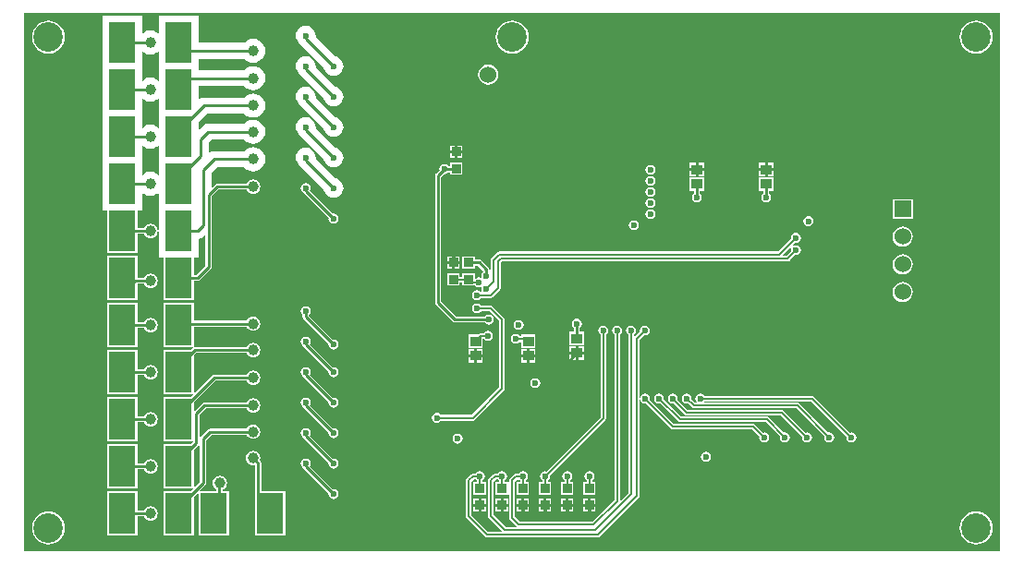
<source format=gbl>
G04 Layer_Physical_Order=4*
G04 Layer_Color=16711680*
%FSTAX24Y24*%
%MOIN*%
G70*
G01*
G75*
%ADD16R,0.0335X0.0335*%
%ADD18R,0.0394X0.0354*%
%ADD40C,0.0080*%
%ADD41C,0.0100*%
%ADD42C,0.0600*%
%ADD43R,0.0600X0.0600*%
%ADD44C,0.1063*%
%ADD45C,0.0236*%
%ADD46C,0.0394*%
%ADD47R,0.0965X0.1457*%
G36*
X046313Y02713D02*
X01112Y02713D01*
Y046565D01*
X046313D01*
X046313Y02713D01*
D02*
G37*
%LPC*%
G36*
X034006Y032838D02*
X033937Y032824D01*
X033878Y032785D01*
X033839Y032726D01*
X033825Y032656D01*
X033839Y032587D01*
X033878Y032528D01*
X033937Y032489D01*
X034006Y032475D01*
X034037Y032481D01*
X03469Y031828D01*
X034724Y031806D01*
X034763Y031798D01*
X037858D01*
X038375Y031281D01*
X038368Y03125D01*
X038382Y031181D01*
X038422Y031122D01*
X038481Y031082D01*
X03855Y031068D01*
X038619Y031082D01*
X038678Y031122D01*
X038718Y031181D01*
X038732Y03125D01*
X038718Y031319D01*
X038678Y031378D01*
X038619Y031418D01*
X03855Y031432D01*
X038519Y031425D01*
X037972Y031972D01*
X037939Y031994D01*
X0379Y032002D01*
X034805D01*
X034182Y032625D01*
X034188Y032656D01*
X034174Y032726D01*
X034135Y032785D01*
X034076Y032824D01*
X034006Y032838D01*
D02*
G37*
G36*
X0335Y032832D02*
X033431Y032818D01*
X033372Y032778D01*
X033332Y03272D01*
X033318Y03265D01*
X033332Y03258D01*
X033372Y032522D01*
X033431Y032482D01*
X0335Y032468D01*
X033531Y032475D01*
X034428Y031578D01*
X034461Y031556D01*
X0345Y031548D01*
X037358D01*
X037625Y031281D01*
X037618Y03125D01*
X037632Y031181D01*
X037672Y031122D01*
X037731Y031082D01*
X0378Y031068D01*
X03787Y031082D01*
X037928Y031122D01*
X037968Y031181D01*
X037982Y03125D01*
X037968Y031319D01*
X037928Y031378D01*
X03787Y031418D01*
X0378Y031432D01*
X037769Y031425D01*
X037472Y031722D01*
X037439Y031744D01*
X0374Y031752D01*
X034542D01*
X033675Y032619D01*
X033682Y03265D01*
X033668Y03272D01*
X033628Y032778D01*
X03357Y032818D01*
X0335Y032832D01*
D02*
G37*
G36*
X026748Y031387D02*
X026679Y031373D01*
X02662Y031334D01*
X02658Y031275D01*
X026566Y031206D01*
X02658Y031136D01*
X02662Y031077D01*
X026679Y031038D01*
X026748Y031024D01*
X026818Y031038D01*
X026876Y031077D01*
X026916Y031136D01*
X02693Y031206D01*
X026916Y031275D01*
X026876Y031334D01*
X026818Y031373D01*
X026748Y031387D01*
D02*
G37*
G36*
X034506Y032838D02*
X034437Y032824D01*
X034378Y032785D01*
X034339Y032726D01*
X034325Y032656D01*
X034339Y032587D01*
X034378Y032528D01*
X034437Y032489D01*
X034506Y032475D01*
X034537Y032481D01*
X034941Y032078D01*
X034974Y032056D01*
X035013Y032048D01*
X038408D01*
X039175Y031281D01*
X039168Y03125D01*
X039182Y031181D01*
X039222Y031122D01*
X039281Y031082D01*
X03935Y031068D01*
X03942Y031082D01*
X039478Y031122D01*
X039518Y031181D01*
X039532Y03125D01*
X039518Y031319D01*
X039478Y031378D01*
X03942Y031418D01*
X03935Y031432D01*
X039319Y031425D01*
X038522Y032222D01*
X038489Y032244D01*
X03845Y032252D01*
X035055D01*
X034682Y032625D01*
X034688Y032656D01*
X034674Y032726D01*
X034635Y032785D01*
X034576Y032824D01*
X034506Y032838D01*
D02*
G37*
G36*
X015197Y032695D02*
X014112D01*
Y031119D01*
X015197D01*
Y031795D01*
X015437D01*
X015444Y031777D01*
X015485Y031724D01*
X015539Y031682D01*
X015601Y031657D01*
X015668Y031648D01*
X015736Y031657D01*
X015798Y031682D01*
X015852Y031724D01*
X015893Y031777D01*
X015919Y03184D01*
X015928Y031907D01*
X015919Y031974D01*
X015893Y032036D01*
X015852Y03209D01*
X015798Y032131D01*
X015736Y032157D01*
X015668Y032166D01*
X015601Y032157D01*
X015539Y032131D01*
X015485Y03209D01*
X015444Y032036D01*
X015437Y032019D01*
X015197D01*
Y032695D01*
D02*
G37*
G36*
X021268Y032688D02*
X021199Y032675D01*
X02114Y032635D01*
X021101Y032576D01*
X021087Y032507D01*
X021101Y032437D01*
X02114Y032378D01*
X021167Y03236D01*
X021189Y032328D01*
X022091Y031426D01*
X022087Y031407D01*
X022101Y031337D01*
X02214Y031278D01*
X022199Y031239D01*
X022269Y031225D01*
X022338Y031239D01*
X022397Y031278D01*
X022436Y031337D01*
X02245Y031407D01*
X022436Y031476D01*
X022397Y031535D01*
X022338Y031575D01*
X022269Y031588D01*
X022249Y031585D01*
X02142Y032414D01*
X021436Y032437D01*
X02145Y032507D01*
X021436Y032576D01*
X021397Y032635D01*
X021338Y032675D01*
X021268Y032688D01*
D02*
G37*
G36*
X035006Y032838D02*
X034937Y032824D01*
X034878Y032785D01*
X034839Y032726D01*
X034825Y032656D01*
X034839Y032587D01*
X034878Y032528D01*
X034937Y032489D01*
X035006Y032475D01*
X035038Y032481D01*
X03519Y032328D01*
X035224Y032306D01*
X035263Y032298D01*
X038958D01*
X039975Y031281D01*
X039968Y03125D01*
X039982Y031181D01*
X040022Y031122D01*
X04008Y031082D01*
X04015Y031068D01*
X040219Y031082D01*
X040278Y031122D01*
X040318Y031181D01*
X040332Y03125D01*
X040318Y031319D01*
X040278Y031378D01*
X040219Y031418D01*
X04015Y031432D01*
X040119Y031425D01*
X039072Y032472D01*
X039039Y032494D01*
X039Y032502D01*
X035599Y032502D01*
X035628Y032522D01*
X035646Y032548D01*
X039508D01*
X040775Y031281D01*
X040768Y03125D01*
X040782Y031181D01*
X040822Y031122D01*
X04088Y031082D01*
X04095Y031068D01*
X041019Y031082D01*
X041078Y031122D01*
X041118Y031181D01*
X041132Y03125D01*
X041118Y031319D01*
X041078Y031378D01*
X041019Y031418D01*
X04095Y031432D01*
X040919Y031425D01*
X039622Y032722D01*
X039589Y032744D01*
X03955Y032752D01*
X035646D01*
X035628Y032778D01*
X03557Y032818D01*
X0355Y032832D01*
X035431Y032818D01*
X035372Y032778D01*
X035332Y03272D01*
X035318Y03265D01*
X035332Y03258D01*
X035372Y032522D01*
X035401Y032502D01*
X035305D01*
X035182Y032625D01*
X035188Y032656D01*
X035174Y032726D01*
X035135Y032785D01*
X035076Y032824D01*
X035006Y032838D01*
D02*
G37*
G36*
X033494Y035292D02*
X033424Y035278D01*
X033365Y035238D01*
X033326Y03518D01*
X033312Y03511D01*
X033318Y035079D01*
X033128Y034888D01*
X033106Y034855D01*
X033098Y034816D01*
Y029192D01*
X033095Y029189D01*
X033096Y029194D01*
Y034964D01*
X033122Y034982D01*
X033161Y035041D01*
X033175Y03511D01*
X033161Y03518D01*
X033122Y035238D01*
X033063Y035278D01*
X032994Y035292D01*
X032924Y035278D01*
X032865Y035238D01*
X032826Y03518D01*
X032812Y03511D01*
X032826Y035041D01*
X032865Y034982D01*
X032892Y034964D01*
Y029236D01*
X032595Y028939D01*
X032596Y028944D01*
Y034964D01*
X032622Y034982D01*
X032661Y035041D01*
X032675Y03511D01*
X032661Y03518D01*
X032622Y035238D01*
X032563Y035278D01*
X032494Y035292D01*
X032424Y035278D01*
X032365Y035238D01*
X032326Y03518D01*
X032312Y03511D01*
X032326Y035041D01*
X032365Y034982D01*
X032392Y034964D01*
Y028986D01*
X031608Y028202D01*
X028992D01*
X028802Y028392D01*
Y029658D01*
X028892Y029748D01*
X028954D01*
X028972Y029722D01*
X028998Y029704D01*
Y029642D01*
X028866D01*
Y029188D01*
X029321D01*
Y029642D01*
X029202D01*
Y029704D01*
X029228Y029722D01*
X029268Y02978D01*
X029282Y02985D01*
X029268Y02992D01*
X029228Y029978D01*
X029169Y030018D01*
X0291Y030032D01*
X02903Y030018D01*
X028972Y029978D01*
X028954Y029952D01*
X02885D01*
X028811Y029944D01*
X028778Y029922D01*
X028628Y029772D01*
X028606Y029739D01*
X028598Y0297D01*
Y02835D01*
X028606Y028311D01*
X028628Y028278D01*
X028878Y028028D01*
X028911Y028006D01*
X02893Y028002D01*
X028492D01*
X028052Y028442D01*
Y029658D01*
X028142Y029748D01*
X028204D01*
X028222Y029722D01*
X028248Y029704D01*
Y029642D01*
X028116D01*
Y029188D01*
X028571D01*
Y029642D01*
X028452D01*
Y029704D01*
X028478Y029722D01*
X028518Y02978D01*
X028532Y02985D01*
X028518Y02992D01*
X028478Y029978D01*
X028419Y030018D01*
X02835Y030032D01*
X02828Y030018D01*
X028222Y029978D01*
X028204Y029952D01*
X0281D01*
X028061Y029944D01*
X028028Y029922D01*
X027878Y029772D01*
X027856Y029739D01*
X027848Y0297D01*
Y0284D01*
X027856Y028361D01*
X027878Y028328D01*
X028354Y027852D01*
X028354Y027852D01*
X027842D01*
X027252Y028442D01*
Y029658D01*
X027342Y029748D01*
X027404D01*
X027422Y029722D01*
X027448Y029704D01*
Y029642D01*
X027316D01*
Y029188D01*
X027771D01*
Y029642D01*
X027652D01*
Y029704D01*
X027678Y029722D01*
X027718Y02978D01*
X027732Y02985D01*
X027718Y02992D01*
X027678Y029978D01*
X02762Y030018D01*
X02755Y030032D01*
X02748Y030018D01*
X027422Y029978D01*
X027404Y029952D01*
X0273D01*
X027261Y029944D01*
X027228Y029922D01*
X027078Y029772D01*
X027056Y029739D01*
X027048Y0297D01*
Y0284D01*
X027056Y028361D01*
X027078Y028328D01*
X027728Y027678D01*
X027761Y027656D01*
X0278Y027648D01*
X0318D01*
X031839Y027656D01*
X031872Y027678D01*
X033272Y029078D01*
X033294Y029111D01*
X033302Y02915D01*
Y034774D01*
X033463Y034935D01*
X033494Y034928D01*
X033563Y034942D01*
X033622Y034982D01*
X033661Y035041D01*
X033675Y03511D01*
X033661Y03518D01*
X033622Y035238D01*
X033563Y035278D01*
X033494Y035292D01*
D02*
G37*
G36*
X0315Y030032D02*
X03143Y030018D01*
X031372Y029978D01*
X031332Y02992D01*
X031318Y02985D01*
X031332Y02978D01*
X031372Y029722D01*
X031398Y029704D01*
Y029642D01*
X031266D01*
Y029188D01*
X031721D01*
Y029642D01*
X031602D01*
Y029704D01*
X031628Y029722D01*
X031668Y02978D01*
X031682Y02985D01*
X031668Y02992D01*
X031628Y029978D01*
X031569Y030018D01*
X0315Y030032D01*
D02*
G37*
G36*
X0307D02*
X030631Y030018D01*
X030572Y029978D01*
X030532Y02992D01*
X030518Y02985D01*
X030532Y02978D01*
X030572Y029722D01*
X030598Y029704D01*
Y029642D01*
X030466D01*
Y029188D01*
X030921D01*
Y029642D01*
X030802D01*
Y029704D01*
X030828Y029722D01*
X030868Y02978D01*
X030882Y02985D01*
X030868Y02992D01*
X030828Y029978D01*
X03077Y030018D01*
X0307Y030032D01*
D02*
G37*
G36*
X015197Y030995D02*
X014112D01*
Y029418D01*
X015197D01*
Y030095D01*
X015437D01*
X015444Y030077D01*
X015485Y030024D01*
X015539Y029982D01*
X015601Y029957D01*
X015668Y029948D01*
X015736Y029957D01*
X015798Y029982D01*
X015852Y030024D01*
X015893Y030077D01*
X015919Y03014D01*
X015928Y030207D01*
X015919Y030274D01*
X015893Y030336D01*
X015852Y03039D01*
X015798Y030431D01*
X015736Y030457D01*
X015668Y030466D01*
X015601Y030457D01*
X015539Y030431D01*
X015485Y03039D01*
X015444Y030336D01*
X015437Y030319D01*
X015197D01*
Y030995D01*
D02*
G37*
G36*
X0357Y030735D02*
X035631Y030721D01*
X035572Y030682D01*
X035533Y030623D01*
X035519Y030553D01*
X035533Y030484D01*
X035572Y030425D01*
X035631Y030386D01*
X0357Y030372D01*
X03577Y030386D01*
X035829Y030425D01*
X035868Y030484D01*
X035882Y030553D01*
X035868Y030623D01*
X035829Y030682D01*
X03577Y030721D01*
X0357Y030735D01*
D02*
G37*
G36*
X021268Y031588D02*
X021199Y031575D01*
X02114Y031535D01*
X021101Y031476D01*
X021087Y031407D01*
X021101Y031337D01*
X02114Y031278D01*
X021167Y03126D01*
X021189Y031228D01*
X022091Y030326D01*
X022087Y030307D01*
X022101Y030237D01*
X02214Y030178D01*
X022199Y030139D01*
X022269Y030125D01*
X022338Y030139D01*
X022397Y030178D01*
X022436Y030237D01*
X02245Y030307D01*
X022436Y030376D01*
X022397Y030435D01*
X022338Y030475D01*
X022269Y030488D01*
X022249Y030485D01*
X02142Y031314D01*
X021436Y031337D01*
X02145Y031407D01*
X021436Y031476D01*
X021397Y031535D01*
X021338Y031575D01*
X021268Y031588D01*
D02*
G37*
G36*
X031994Y035292D02*
X031924Y035278D01*
X031865Y035238D01*
X031826Y03518D01*
X031812Y03511D01*
X031826Y035041D01*
X031865Y034982D01*
X031892Y034964D01*
Y031986D01*
X029931Y030025D01*
X0299Y030032D01*
X029831Y030018D01*
X029772Y029978D01*
X029732Y02992D01*
X029718Y02985D01*
X029732Y02978D01*
X029772Y029722D01*
X029798Y029704D01*
Y029642D01*
X029666D01*
Y029188D01*
X030121D01*
Y029642D01*
X030002D01*
Y029704D01*
X030028Y029722D01*
X030068Y02978D01*
X030082Y02985D01*
X030075Y029881D01*
X032066Y031872D01*
X032088Y031905D01*
X032096Y031944D01*
Y034964D01*
X032122Y034982D01*
X032161Y035041D01*
X032175Y03511D01*
X032161Y03518D01*
X032122Y035238D01*
X032063Y035278D01*
X031994Y035292D01*
D02*
G37*
G36*
X030994Y034244D02*
X030787D01*
Y034057D01*
X030994D01*
Y034244D01*
D02*
G37*
G36*
X029551Y034144D02*
X029344D01*
Y033957D01*
X029551D01*
Y034144D01*
D02*
G37*
G36*
X029244D02*
X029037D01*
Y033957D01*
X029244D01*
Y034144D01*
D02*
G37*
G36*
X031301Y034244D02*
X031094D01*
Y034057D01*
X031301D01*
Y034244D01*
D02*
G37*
G36*
X027651Y034431D02*
X027444D01*
Y034244D01*
X027651D01*
Y034431D01*
D02*
G37*
G36*
X029244D02*
X029037D01*
Y034244D01*
X029244D01*
Y034431D01*
D02*
G37*
G36*
X027344D02*
X027137D01*
Y034244D01*
X027344D01*
Y034431D01*
D02*
G37*
G36*
X029544Y033392D02*
X029474Y033378D01*
X029415Y033338D01*
X029376Y03328D01*
X029362Y03321D01*
X029376Y03314D01*
X029415Y033082D01*
X029474Y033042D01*
X029544Y033028D01*
X029613Y033042D01*
X029672Y033082D01*
X029711Y03314D01*
X029725Y03321D01*
X029711Y03328D01*
X029672Y033338D01*
X029613Y033378D01*
X029544Y033392D01*
D02*
G37*
G36*
X021268Y033788D02*
X021199Y033775D01*
X02114Y033735D01*
X021101Y033676D01*
X021087Y033607D01*
X021101Y033537D01*
X02114Y033478D01*
X021167Y03346D01*
X021189Y033428D01*
X022091Y032526D01*
X022087Y032507D01*
X022101Y032437D01*
X02214Y032378D01*
X022199Y032339D01*
X022269Y032325D01*
X022338Y032339D01*
X022397Y032378D01*
X022436Y032437D01*
X02245Y032507D01*
X022436Y032576D01*
X022397Y032635D01*
X022338Y032675D01*
X022269Y032688D01*
X022249Y032685D01*
X02142Y033514D01*
X021436Y033537D01*
X02145Y033607D01*
X021436Y033676D01*
X021397Y033735D01*
X021338Y033775D01*
X021268Y033788D01*
D02*
G37*
G36*
X027444Y036092D02*
X027374Y036078D01*
X027315Y036038D01*
X027276Y035979D01*
X027262Y03591D01*
X027276Y03584D01*
X027315Y035782D01*
X027374Y035742D01*
X027444Y035728D01*
X027513Y035742D01*
X027572Y035782D01*
X02759Y035808D01*
X027901D01*
X028242Y035468D01*
Y033052D01*
X027251Y032062D01*
X02614D01*
X026122Y032088D01*
X026063Y032128D01*
X025994Y032142D01*
X025924Y032128D01*
X025865Y032088D01*
X025826Y03203D01*
X025812Y03196D01*
X025826Y03189D01*
X025865Y031832D01*
X025924Y031792D01*
X025994Y031778D01*
X026063Y031792D01*
X026122Y031832D01*
X02614Y031858D01*
X027294D01*
X027333Y031866D01*
X027366Y031888D01*
X028416Y032938D01*
X028438Y032971D01*
X028446Y03301D01*
Y03551D01*
X028438Y035549D01*
X028416Y035582D01*
X028016Y035982D01*
X027983Y036004D01*
X027944Y036012D01*
X02759D01*
X027572Y036038D01*
X027513Y036078D01*
X027444Y036092D01*
D02*
G37*
G36*
X015197Y034395D02*
X014112D01*
Y032819D01*
X015197D01*
Y033495D01*
X015437D01*
X015444Y033477D01*
X015485Y033424D01*
X015539Y033382D01*
X015601Y033357D01*
X015668Y033348D01*
X015736Y033357D01*
X015798Y033382D01*
X015852Y033424D01*
X015893Y033477D01*
X015919Y03354D01*
X015928Y033607D01*
X015919Y033674D01*
X015893Y033736D01*
X015852Y03379D01*
X015798Y033831D01*
X015736Y033857D01*
X015668Y033866D01*
X015601Y033857D01*
X015539Y033831D01*
X015485Y03379D01*
X015444Y033736D01*
X015437Y033719D01*
X015197D01*
Y034395D01*
D02*
G37*
G36*
X027651Y034144D02*
X027444D01*
Y033957D01*
X027651D01*
Y034144D01*
D02*
G37*
G36*
X027344D02*
X027137D01*
Y033957D01*
X027344D01*
Y034144D01*
D02*
G37*
G36*
X021268Y034888D02*
X021199Y034875D01*
X02114Y034835D01*
X021101Y034776D01*
X021087Y034707D01*
X021101Y034637D01*
X02114Y034578D01*
X021167Y03456D01*
X021189Y034528D01*
X022091Y033626D01*
X022087Y033607D01*
X022101Y033537D01*
X02214Y033478D01*
X022199Y033439D01*
X022269Y033425D01*
X022338Y033439D01*
X022397Y033478D01*
X022436Y033537D01*
X02245Y033607D01*
X022436Y033676D01*
X022397Y033735D01*
X022338Y033775D01*
X022269Y033788D01*
X022249Y033785D01*
X02142Y034614D01*
X021436Y034637D01*
X02145Y034707D01*
X021436Y034776D01*
X021397Y034835D01*
X021338Y034875D01*
X021268Y034888D01*
D02*
G37*
G36*
Y030488D02*
X021199Y030475D01*
X02114Y030435D01*
X021101Y030376D01*
X021087Y030307D01*
X021101Y030237D01*
X02114Y030178D01*
X021167Y03016D01*
X021189Y030128D01*
X022091Y029226D01*
X022087Y029207D01*
X022101Y029137D01*
X02214Y029078D01*
X022199Y029039D01*
X022269Y029025D01*
X022338Y029039D01*
X022397Y029078D01*
X022436Y029137D01*
X02245Y029207D01*
X022436Y029276D01*
X022397Y029335D01*
X022338Y029375D01*
X022269Y029388D01*
X022249Y029385D01*
X02142Y030214D01*
X021436Y030237D01*
X02145Y030307D01*
X021436Y030376D01*
X021397Y030435D01*
X021338Y030475D01*
X021268Y030488D01*
D02*
G37*
G36*
X029321Y028755D02*
X029144D01*
Y028578D01*
X029321D01*
Y028755D01*
D02*
G37*
G36*
X029044D02*
X028866D01*
Y028578D01*
X029044D01*
Y028755D01*
D02*
G37*
G36*
X028571D02*
X028394D01*
Y028578D01*
X028571D01*
Y028755D01*
D02*
G37*
G36*
X029844D02*
X029666D01*
Y028578D01*
X029844D01*
Y028755D01*
D02*
G37*
G36*
X030921D02*
X030744D01*
Y028578D01*
X030921D01*
Y028755D01*
D02*
G37*
G36*
X030644D02*
X030466D01*
Y028578D01*
X030644D01*
Y028755D01*
D02*
G37*
G36*
X030121D02*
X029944D01*
Y028578D01*
X030121D01*
Y028755D01*
D02*
G37*
G36*
X019368Y030766D02*
X019301Y030757D01*
X019239Y030731D01*
X019185Y03069D01*
X019144Y030636D01*
X019118Y030574D01*
X019109Y030507D01*
X019118Y03044D01*
X019144Y030377D01*
X019185Y030324D01*
X019239Y030282D01*
X019301Y030257D01*
X019368Y030248D01*
X019436Y030257D01*
X019436Y030257D01*
Y028941D01*
X019436Y028941D01*
X01944Y028922D01*
Y027719D01*
X020525D01*
Y029295D01*
X019661D01*
Y030327D01*
X019652Y03037D01*
X019628Y030406D01*
X019628Y030406D01*
X019612Y030422D01*
X019619Y03044D01*
X019628Y030507D01*
X019619Y030574D01*
X019593Y030636D01*
X019552Y03069D01*
X019498Y030731D01*
X019436Y030757D01*
X019368Y030766D01*
D02*
G37*
G36*
X045449Y028579D02*
X045333Y028567D01*
X045221Y028533D01*
X045119Y028478D01*
X045029Y028405D01*
X044955Y028314D01*
X0449Y028212D01*
X044866Y0281D01*
X044854Y027984D01*
X044866Y027868D01*
X0449Y027757D01*
X044955Y027654D01*
X045029Y027564D01*
X045119Y02749D01*
X045221Y027435D01*
X045333Y027401D01*
X045449Y02739D01*
X045565Y027401D01*
X045676Y027435D01*
X045779Y02749D01*
X045869Y027564D01*
X045943Y027654D01*
X045998Y027757D01*
X046032Y027868D01*
X046043Y027984D01*
X046032Y0281D01*
X045998Y028212D01*
X045943Y028314D01*
X045869Y028405D01*
X045779Y028478D01*
X045676Y028533D01*
X045565Y028567D01*
X045449Y028579D01*
D02*
G37*
G36*
X011984D02*
X011868Y028567D01*
X011757Y028533D01*
X011654Y028478D01*
X011564Y028405D01*
X01149Y028314D01*
X011435Y028212D01*
X011401Y0281D01*
X01139Y027984D01*
X011401Y027868D01*
X011435Y027757D01*
X01149Y027654D01*
X011564Y027564D01*
X011654Y02749D01*
X011757Y027435D01*
X011868Y027401D01*
X011984Y02739D01*
X0121Y027401D01*
X012212Y027435D01*
X012314Y02749D01*
X012405Y027564D01*
X012478Y027654D01*
X012533Y027757D01*
X012567Y027868D01*
X012579Y027984D01*
X012567Y0281D01*
X012533Y028212D01*
X012478Y028314D01*
X012405Y028405D01*
X012314Y028478D01*
X012212Y028533D01*
X0121Y028567D01*
X011984Y028579D01*
D02*
G37*
G36*
X015197Y029295D02*
X014112D01*
Y027719D01*
X015197D01*
Y028395D01*
X015437D01*
X015444Y028377D01*
X015485Y028324D01*
X015539Y028282D01*
X015601Y028257D01*
X015668Y028248D01*
X015736Y028257D01*
X015798Y028282D01*
X015852Y028324D01*
X015893Y028377D01*
X015919Y02844D01*
X015928Y028507D01*
X015919Y028574D01*
X015893Y028636D01*
X015852Y02869D01*
X015798Y028731D01*
X015736Y028757D01*
X015668Y028766D01*
X015601Y028757D01*
X015539Y028731D01*
X015485Y02869D01*
X015444Y028636D01*
X015437Y028619D01*
X015197D01*
Y029295D01*
D02*
G37*
G36*
X028294Y028755D02*
X028116D01*
Y028578D01*
X028294D01*
Y028755D01*
D02*
G37*
G36*
X027771D02*
X027594D01*
Y028578D01*
X027771D01*
Y028755D01*
D02*
G37*
G36*
X027494D02*
X027316D01*
Y028578D01*
X027494D01*
Y028755D01*
D02*
G37*
G36*
X030121Y029032D02*
X029944D01*
Y028855D01*
X030121D01*
Y029032D01*
D02*
G37*
G36*
X029844D02*
X029666D01*
Y028855D01*
X029844D01*
Y029032D01*
D02*
G37*
G36*
X029321D02*
X029144D01*
Y028855D01*
X029321D01*
Y029032D01*
D02*
G37*
G36*
X030644D02*
X030466D01*
Y028855D01*
X030644D01*
Y029032D01*
D02*
G37*
G36*
X031721D02*
X031544D01*
Y028855D01*
X031721D01*
Y029032D01*
D02*
G37*
G36*
X031444D02*
X031266D01*
Y028855D01*
X031444D01*
Y029032D01*
D02*
G37*
G36*
X030921D02*
X030744D01*
Y028855D01*
X030921D01*
Y029032D01*
D02*
G37*
G36*
X027494D02*
X027316D01*
Y028855D01*
X027494D01*
Y029032D01*
D02*
G37*
G36*
X031721Y028755D02*
X031544D01*
Y028578D01*
X031721D01*
Y028755D01*
D02*
G37*
G36*
X031444D02*
X031266D01*
Y028578D01*
X031444D01*
Y028755D01*
D02*
G37*
G36*
X027771Y029032D02*
X027594D01*
Y028855D01*
X027771D01*
Y029032D01*
D02*
G37*
G36*
X029044D02*
X028866D01*
Y028855D01*
X029044D01*
Y029032D01*
D02*
G37*
G36*
X028571D02*
X028394D01*
Y028855D01*
X028571D01*
Y029032D01*
D02*
G37*
G36*
X028294D02*
X028116D01*
Y028855D01*
X028294D01*
Y029032D01*
D02*
G37*
G36*
X035324Y041163D02*
X035117D01*
Y040976D01*
X035324D01*
Y041163D01*
D02*
G37*
G36*
X0337Y041092D02*
X03363Y041078D01*
X033572Y041038D01*
X033532Y040979D01*
X033518Y04091D01*
X033532Y040841D01*
X033572Y040782D01*
X03363Y040742D01*
X0337Y040728D01*
X03377Y040742D01*
X033828Y040782D01*
X033868Y040841D01*
X033882Y04091D01*
X033868Y040979D01*
X033828Y041038D01*
X03377Y041078D01*
X0337Y041092D01*
D02*
G37*
G36*
X038131Y040876D02*
X037924D01*
Y040689D01*
X038131D01*
Y040876D01*
D02*
G37*
G36*
Y041163D02*
X037924D01*
Y040976D01*
X038131D01*
Y041163D01*
D02*
G37*
G36*
X037824D02*
X037617D01*
Y040976D01*
X037824D01*
Y041163D01*
D02*
G37*
G36*
X035631D02*
X035424D01*
Y040976D01*
X035631D01*
Y041163D01*
D02*
G37*
G36*
X037824Y040876D02*
X037617D01*
Y040689D01*
X037824D01*
Y040876D01*
D02*
G37*
G36*
X0337Y040292D02*
X03363Y040278D01*
X033572Y040238D01*
X033532Y04018D01*
X033518Y04011D01*
X033532Y04004D01*
X033572Y039982D01*
X03363Y039942D01*
X0337Y039928D01*
X03377Y039942D01*
X033828Y039982D01*
X033868Y04004D01*
X033882Y04011D01*
X033868Y04018D01*
X033828Y040238D01*
X03377Y040278D01*
X0337Y040292D01*
D02*
G37*
G36*
X021268Y041714D02*
X021176Y041702D01*
X02109Y041666D01*
X021016Y04161D01*
X020959Y041536D01*
X020923Y041449D01*
X020911Y041357D01*
X020923Y041264D01*
X020959Y041178D01*
X021016Y041104D01*
X021038Y041087D01*
X021064Y041053D01*
X021919Y040198D01*
X021923Y040164D01*
X021959Y040078D01*
X022016Y040004D01*
X02209Y039947D01*
X022176Y039912D01*
X022269Y039899D01*
X022361Y039912D01*
X022447Y039947D01*
X022521Y040004D01*
X022578Y040078D01*
X022614Y040164D01*
X022626Y040257D01*
X022614Y040349D01*
X022578Y040436D01*
X022521Y04051D01*
X022447Y040566D01*
X022361Y040602D01*
X022327Y040607D01*
X02162Y041313D01*
X021626Y041357D01*
X021614Y041449D01*
X021578Y041536D01*
X021521Y04161D01*
X021447Y041666D01*
X021361Y041702D01*
X021268Y041714D01*
D02*
G37*
G36*
X038131Y040631D02*
X037617D01*
Y040157D01*
X037762D01*
Y040049D01*
X037745Y040038D01*
X037706Y03998D01*
X037692Y03991D01*
X037706Y039841D01*
X037745Y039782D01*
X037804Y039742D01*
X037874Y039728D01*
X037943Y039742D01*
X038002Y039782D01*
X038041Y039841D01*
X038055Y03991D01*
X038041Y03998D01*
X038002Y040038D01*
X037986Y040049D01*
Y040157D01*
X038131D01*
Y040631D01*
D02*
G37*
G36*
X035631Y040876D02*
X035424D01*
Y040689D01*
X035631D01*
Y040876D01*
D02*
G37*
G36*
X035324D02*
X035117D01*
Y040689D01*
X035324D01*
Y040876D01*
D02*
G37*
G36*
X0337Y040692D02*
X03363Y040678D01*
X033572Y040638D01*
X033532Y04058D01*
X033518Y04051D01*
X033532Y040441D01*
X033572Y040382D01*
X03363Y040342D01*
X0337Y040328D01*
X03377Y040342D01*
X033828Y040382D01*
X033868Y040441D01*
X033882Y04051D01*
X033868Y04058D01*
X033828Y040638D01*
X03377Y040678D01*
X0337Y040692D01*
D02*
G37*
G36*
X021268Y042814D02*
X021176Y042802D01*
X02109Y042766D01*
X021016Y04271D01*
X020959Y042636D01*
X020923Y042549D01*
X020911Y042457D01*
X020923Y042364D01*
X020959Y042278D01*
X021016Y042204D01*
X021038Y042187D01*
X021064Y042153D01*
X021919Y041298D01*
X021923Y041264D01*
X021959Y041178D01*
X022016Y041104D01*
X02209Y041047D01*
X022176Y041012D01*
X022269Y040999D01*
X022361Y041012D01*
X022447Y041047D01*
X022521Y041104D01*
X022578Y041178D01*
X022614Y041264D01*
X022626Y041357D01*
X022614Y041449D01*
X022578Y041536D01*
X022521Y04161D01*
X022447Y041666D01*
X022361Y041702D01*
X022327Y041707D01*
X02162Y042413D01*
X021626Y042457D01*
X021614Y042549D01*
X021578Y042636D01*
X021521Y04271D01*
X021447Y042766D01*
X021361Y042802D01*
X021268Y042814D01*
D02*
G37*
G36*
X011984Y046295D02*
X011868Y046284D01*
X011757Y04625D01*
X011654Y046195D01*
X011564Y046121D01*
X01149Y046031D01*
X011435Y045928D01*
X011401Y045817D01*
X01139Y045701D01*
X011401Y045585D01*
X011435Y045473D01*
X01149Y045371D01*
X011564Y045281D01*
X011654Y045207D01*
X011757Y045152D01*
X011868Y045118D01*
X011984Y045106D01*
X0121Y045118D01*
X012212Y045152D01*
X012314Y045207D01*
X012405Y045281D01*
X012478Y045371D01*
X012533Y045473D01*
X012567Y045585D01*
X012579Y045701D01*
X012567Y045817D01*
X012533Y045928D01*
X012478Y046031D01*
X012405Y046121D01*
X012314Y046195D01*
X012212Y04625D01*
X0121Y046284D01*
X011984Y046295D01*
D02*
G37*
G36*
X021268Y046114D02*
X021176Y046102D01*
X02109Y046066D01*
X021016Y04601D01*
X020959Y045936D01*
X020923Y045849D01*
X020911Y045757D01*
X020923Y045664D01*
X020959Y045578D01*
X021016Y045504D01*
X021038Y045487D01*
X021064Y045453D01*
X021919Y044598D01*
X021923Y044564D01*
X021959Y044478D01*
X022016Y044404D01*
X02209Y044347D01*
X022176Y044312D01*
X022269Y044299D01*
X022361Y044312D01*
X022447Y044347D01*
X022521Y044404D01*
X022578Y044478D01*
X022614Y044564D01*
X022626Y044657D01*
X022614Y044749D01*
X022578Y044836D01*
X022521Y04491D01*
X022447Y044966D01*
X022361Y045002D01*
X022327Y045007D01*
X02162Y045713D01*
X021626Y045757D01*
X021614Y045849D01*
X021578Y045936D01*
X021521Y04601D01*
X021447Y046066D01*
X021361Y046102D01*
X021268Y046114D01*
D02*
G37*
G36*
X02785Y044713D02*
X027756Y044701D01*
X027668Y044664D01*
X027593Y044607D01*
X027536Y044532D01*
X027499Y044444D01*
X027487Y04435D01*
X027499Y044256D01*
X027536Y044168D01*
X027593Y044093D01*
X027668Y044036D01*
X027756Y043999D01*
X02785Y043987D01*
X027944Y043999D01*
X028032Y044036D01*
X028107Y044093D01*
X028164Y044168D01*
X028201Y044256D01*
X028213Y04435D01*
X028201Y044444D01*
X028164Y044532D01*
X028107Y044607D01*
X028032Y044664D01*
X027944Y044701D01*
X02785Y044713D01*
D02*
G37*
G36*
X017401Y046471D02*
X015964D01*
Y045826D01*
X015964D01*
X015887Y045885D01*
X015782Y045929D01*
X015668Y045944D01*
X015555Y045929D01*
X01545Y045885D01*
X015373Y045826D01*
X015373Y046471D01*
X013936D01*
Y044542D01*
Y042842D01*
Y041142D01*
Y039442D01*
X014112D01*
Y037919D01*
X015197D01*
Y038595D01*
X015437D01*
X015444Y038577D01*
X015485Y038524D01*
X015539Y038482D01*
X015601Y038457D01*
X015668Y038448D01*
X015736Y038457D01*
X015798Y038482D01*
X015852Y038524D01*
X015893Y038577D01*
X015919Y03864D01*
X015928Y038707D01*
X015919Y038774D01*
X015893Y038836D01*
X015852Y03889D01*
X015798Y038931D01*
X015736Y038957D01*
X015668Y038966D01*
X015601Y038957D01*
X015539Y038931D01*
X015485Y03889D01*
X015444Y038836D01*
X015437Y038819D01*
X015197D01*
Y039442D01*
X015373D01*
Y040088D01*
X01545Y040029D01*
X015555Y039985D01*
X015668Y03997D01*
X015782Y039985D01*
X015887Y040029D01*
X015964Y040088D01*
Y039442D01*
Y037742D01*
X01614D01*
Y036219D01*
X017225D01*
Y036895D01*
X017369D01*
X017369Y036895D01*
X017411Y036903D01*
X017448Y036928D01*
X017848Y037328D01*
X017848Y037328D01*
X017872Y037364D01*
X017881Y037407D01*
Y03996D01*
X018116Y040196D01*
X019139D01*
X019146Y040178D01*
X019187Y040125D01*
X019241Y040084D01*
X019303Y040058D01*
X01937Y040049D01*
X019437Y040058D01*
X0195Y040084D01*
X019553Y040125D01*
X019594Y040178D01*
X01962Y040241D01*
X019629Y040308D01*
X01962Y040375D01*
X019594Y040438D01*
X019553Y040491D01*
X0195Y040532D01*
X019437Y040558D01*
X01937Y040567D01*
X019303Y040558D01*
X019241Y040532D01*
X019187Y040491D01*
X019146Y040438D01*
X019139Y04042D01*
X01807D01*
X018027Y040412D01*
X01799Y040387D01*
X01799Y040387D01*
X017857Y040254D01*
X017857Y040787D01*
X018077Y041007D01*
X019046D01*
X019061Y040987D01*
X019152Y040917D01*
X019257Y040874D01*
X01937Y040859D01*
X019483Y040874D01*
X019588Y040917D01*
X019679Y040987D01*
X019748Y041077D01*
X019792Y041182D01*
X019807Y041295D01*
X019792Y041408D01*
X019748Y041514D01*
X019679Y041604D01*
X019588Y041674D01*
X019483Y041717D01*
X01937Y041732D01*
X019257Y041717D01*
X019152Y041674D01*
X019061Y041604D01*
X019046Y041584D01*
X017957D01*
X017882Y041574D01*
X017813Y041545D01*
X017757Y041503D01*
X017757Y041887D01*
X017864Y041994D01*
X019046D01*
X019061Y041974D01*
X019152Y041905D01*
X019257Y041861D01*
X01937Y041846D01*
X019483Y041861D01*
X019588Y041905D01*
X019679Y041974D01*
X019748Y042064D01*
X019792Y04217D01*
X019807Y042283D01*
X019792Y042396D01*
X019748Y042501D01*
X019679Y042592D01*
X019588Y042661D01*
X019483Y042705D01*
X01937Y04272D01*
X019257Y042705D01*
X019152Y042661D01*
X019061Y042592D01*
X019046Y042572D01*
X017744D01*
X01767Y042562D01*
X0176Y042533D01*
X01754Y042487D01*
X01754Y042487D01*
X017401Y042347D01*
X017401Y042631D01*
X017713Y042943D01*
X019046D01*
X019061Y042923D01*
X019152Y042854D01*
X019257Y04281D01*
X01937Y042795D01*
X019483Y04281D01*
X019589Y042854D01*
X019679Y042923D01*
X019749Y043014D01*
X019792Y043119D01*
X019807Y043232D01*
X019792Y043345D01*
X019749Y04345D01*
X019679Y043541D01*
X019589Y04361D01*
X019483Y043654D01*
X01937Y043669D01*
X019257Y043654D01*
X019152Y04361D01*
X019061Y043541D01*
X019046Y043521D01*
X017594D01*
X017594Y043521D01*
X017519Y043511D01*
X017449Y043482D01*
X017401Y043445D01*
X017401Y043931D01*
X019046D01*
X019061Y043911D01*
X019152Y043841D01*
X019257Y043798D01*
X01937Y043783D01*
X019483Y043798D01*
X019589Y043841D01*
X019679Y043911D01*
X019749Y044001D01*
X019792Y044106D01*
X019807Y044219D01*
X019792Y044332D01*
X019749Y044438D01*
X019679Y044528D01*
X019589Y044598D01*
X019483Y044641D01*
X01937Y044656D01*
X019257Y044641D01*
X019152Y044598D01*
X019061Y044528D01*
X019046Y044508D01*
X017401D01*
Y044918D01*
X019046D01*
X019061Y044898D01*
X019152Y044829D01*
X019257Y044785D01*
X01937Y04477D01*
X019483Y044785D01*
X019589Y044829D01*
X019679Y044898D01*
X019749Y044988D01*
X019792Y045094D01*
X019807Y045207D01*
X019792Y04532D01*
X019749Y045425D01*
X019679Y045516D01*
X019589Y045585D01*
X019483Y045629D01*
X01937Y045644D01*
X019257Y045629D01*
X019152Y045585D01*
X019061Y045516D01*
X019046Y045496D01*
X017401D01*
Y046471D01*
D02*
G37*
G36*
X045449Y046295D02*
X045333Y046284D01*
X045221Y04625D01*
X045119Y046195D01*
X045029Y046121D01*
X044955Y046031D01*
X0449Y045928D01*
X044866Y045817D01*
X044854Y045701D01*
X044866Y045585D01*
X0449Y045473D01*
X044955Y045371D01*
X045029Y045281D01*
X045119Y045207D01*
X045221Y045152D01*
X045333Y045118D01*
X045449Y045106D01*
X045565Y045118D01*
X045676Y045152D01*
X045779Y045207D01*
X045869Y045281D01*
X045943Y045371D01*
X045998Y045473D01*
X046032Y045585D01*
X046043Y045701D01*
X046032Y045817D01*
X045998Y045928D01*
X045943Y046031D01*
X045869Y046121D01*
X045779Y046195D01*
X045676Y04625D01*
X045565Y046284D01*
X045449Y046295D01*
D02*
G37*
G36*
X028717D02*
X028601Y046284D01*
X028489Y04625D01*
X028386Y046195D01*
X028296Y046121D01*
X028222Y046031D01*
X028167Y045928D01*
X028134Y045817D01*
X028122Y045701D01*
X028134Y045585D01*
X028167Y045473D01*
X028222Y045371D01*
X028296Y045281D01*
X028386Y045207D01*
X028489Y045152D01*
X028601Y045118D01*
X028717Y045106D01*
X028832Y045118D01*
X028944Y045152D01*
X029047Y045207D01*
X029137Y045281D01*
X029211Y045371D01*
X029266Y045473D01*
X029299Y045585D01*
X029311Y045701D01*
X029299Y045817D01*
X029266Y045928D01*
X029211Y046031D01*
X029137Y046121D01*
X029047Y046195D01*
X028944Y04625D01*
X028832Y046284D01*
X028717Y046295D01*
D02*
G37*
G36*
X021268Y045014D02*
X021176Y045002D01*
X02109Y044966D01*
X021016Y04491D01*
X020959Y044836D01*
X020923Y044749D01*
X020911Y044657D01*
X020923Y044564D01*
X020959Y044478D01*
X021016Y044404D01*
X021038Y044387D01*
X021064Y044353D01*
X021919Y043498D01*
X021923Y043464D01*
X021959Y043378D01*
X022016Y043304D01*
X02209Y043247D01*
X022176Y043212D01*
X022269Y043199D01*
X022361Y043212D01*
X022447Y043247D01*
X022521Y043304D01*
X022578Y043378D01*
X022614Y043464D01*
X022626Y043557D01*
X022614Y043649D01*
X022578Y043736D01*
X022521Y04381D01*
X022447Y043866D01*
X022361Y043902D01*
X022327Y043907D01*
X02162Y044613D01*
X021626Y044657D01*
X021614Y044749D01*
X021578Y044836D01*
X021521Y04491D01*
X021447Y044966D01*
X021361Y045002D01*
X021268Y045014D01*
D02*
G37*
G36*
X026921Y041515D02*
X026744D01*
Y041338D01*
X026921D01*
Y041515D01*
D02*
G37*
G36*
X026644D02*
X026466D01*
Y041338D01*
X026644D01*
Y041515D01*
D02*
G37*
G36*
X026921Y041182D02*
X026466D01*
Y041049D01*
X026408D01*
X026397Y041065D01*
X026338Y041105D01*
X026268Y041118D01*
X026199Y041105D01*
X02614Y041065D01*
X026101Y041006D01*
X026087Y040937D01*
X026091Y040914D01*
X025963Y04078D01*
X025952Y040762D01*
X02594Y040745D01*
X02594Y040744D01*
X025939Y040743D01*
X025936Y040722D01*
X025932Y040702D01*
Y03611D01*
X025932Y03611D01*
X02594Y036067D01*
X025964Y036031D01*
X026568Y035428D01*
X026568Y035428D01*
X026604Y035403D01*
X026647Y035395D01*
X026647Y035395D01*
X027729D01*
X02774Y035378D01*
X027799Y035339D01*
X027868Y035325D01*
X027938Y035339D01*
X027997Y035378D01*
X028036Y035437D01*
X02805Y035507D01*
X028036Y035576D01*
X027997Y035635D01*
X027938Y035675D01*
X027868Y035688D01*
X027799Y035675D01*
X02774Y035635D01*
X027729Y035619D01*
X026693D01*
X026156Y036156D01*
Y040657D01*
X026253Y040758D01*
X026268Y040755D01*
X026338Y040769D01*
X026397Y040808D01*
X026408Y040825D01*
X026466D01*
Y040728D01*
X026921D01*
Y041182D01*
D02*
G37*
G36*
X021268Y043914D02*
X021176Y043902D01*
X02109Y043866D01*
X021016Y04381D01*
X020959Y043736D01*
X020923Y043649D01*
X020911Y043557D01*
X020923Y043464D01*
X020959Y043378D01*
X021016Y043304D01*
X021038Y043287D01*
X021064Y043253D01*
X021919Y042398D01*
X021923Y042364D01*
X021959Y042278D01*
X022016Y042204D01*
X02209Y042147D01*
X022176Y042112D01*
X022269Y042099D01*
X022361Y042112D01*
X022447Y042147D01*
X022521Y042204D01*
X022578Y042278D01*
X022614Y042364D01*
X022626Y042457D01*
X022614Y042549D01*
X022578Y042636D01*
X022521Y04271D01*
X022447Y042766D01*
X022361Y042802D01*
X022327Y042807D01*
X02162Y043513D01*
X021626Y043557D01*
X021614Y043649D01*
X021578Y043736D01*
X021521Y04381D01*
X021447Y043866D01*
X021361Y043902D01*
X021268Y043914D01*
D02*
G37*
G36*
X026921Y041792D02*
X026744D01*
Y041615D01*
X026921D01*
Y041792D01*
D02*
G37*
G36*
X026644D02*
X026466D01*
Y041615D01*
X026644D01*
Y041792D01*
D02*
G37*
G36*
X035631Y040631D02*
X035117D01*
Y040157D01*
X035262D01*
Y040049D01*
X035245Y040038D01*
X035206Y03998D01*
X035192Y03991D01*
X035206Y039841D01*
X035245Y039782D01*
X035304Y039742D01*
X035374Y039728D01*
X035443Y039742D01*
X035502Y039782D01*
X035541Y039841D01*
X035555Y03991D01*
X035541Y03998D01*
X035502Y040038D01*
X035486Y040049D01*
Y040157D01*
X035631D01*
Y040631D01*
D02*
G37*
G36*
X0428Y036863D02*
X042706Y036851D01*
X042618Y036814D01*
X042543Y036757D01*
X042486Y036682D01*
X042449Y036594D01*
X042437Y0365D01*
X042449Y036406D01*
X042486Y036318D01*
X042543Y036243D01*
X042618Y036186D01*
X042706Y036149D01*
X0428Y036137D01*
X042894Y036149D01*
X042982Y036186D01*
X043057Y036243D01*
X043114Y036318D01*
X043151Y036406D01*
X043163Y0365D01*
X043151Y036594D01*
X043114Y036682D01*
X043057Y036757D01*
X042982Y036814D01*
X042894Y036851D01*
X0428Y036863D01*
D02*
G37*
G36*
X028944Y035492D02*
X028874Y035478D01*
X028815Y035438D01*
X028776Y03538D01*
X028762Y03531D01*
X028776Y03524D01*
X028815Y035182D01*
X028874Y035142D01*
X028944Y035128D01*
X029013Y035142D01*
X029072Y035182D01*
X029111Y03524D01*
X029125Y03531D01*
X029111Y03538D01*
X029072Y035438D01*
X029013Y035478D01*
X028944Y035492D01*
D02*
G37*
G36*
X017225Y036095D02*
X01614D01*
Y034518D01*
X017225D01*
Y035245D01*
X019137D01*
X019144Y035227D01*
X019185Y035174D01*
X019239Y035132D01*
X019301Y035107D01*
X019368Y035098D01*
X019436Y035107D01*
X019498Y035132D01*
X019552Y035174D01*
X019593Y035227D01*
X019619Y03529D01*
X019628Y035357D01*
X019619Y035424D01*
X019593Y035486D01*
X019552Y03554D01*
X019498Y035581D01*
X019436Y035607D01*
X019368Y035616D01*
X019301Y035607D01*
X019239Y035581D01*
X019185Y03554D01*
X019144Y035486D01*
X019137Y035469D01*
X017225D01*
Y036095D01*
D02*
G37*
G36*
X0428Y037863D02*
X042706Y037851D01*
X042618Y037814D01*
X042543Y037757D01*
X042486Y037682D01*
X042449Y037594D01*
X042437Y0375D01*
X042449Y037406D01*
X042486Y037318D01*
X042543Y037243D01*
X042618Y037186D01*
X042706Y037149D01*
X0428Y037137D01*
X042894Y037149D01*
X042982Y037186D01*
X043057Y037243D01*
X043114Y037318D01*
X043151Y037406D01*
X043163Y0375D01*
X043151Y037594D01*
X043114Y037682D01*
X043057Y037757D01*
X042982Y037814D01*
X042894Y037851D01*
X0428Y037863D01*
D02*
G37*
G36*
X030994Y034531D02*
X030787D01*
Y034344D01*
X030994D01*
Y034531D01*
D02*
G37*
G36*
X015197Y037795D02*
X014112D01*
Y036219D01*
X015197D01*
Y036795D01*
X015437D01*
X015444Y036777D01*
X015485Y036724D01*
X015539Y036682D01*
X015601Y036657D01*
X015668Y036648D01*
X015736Y036657D01*
X015798Y036682D01*
X015852Y036724D01*
X015893Y036777D01*
X015919Y03684D01*
X015928Y036907D01*
X015919Y036974D01*
X015893Y037036D01*
X015852Y03709D01*
X015798Y037131D01*
X015736Y037157D01*
X015668Y037166D01*
X015601Y037157D01*
X015539Y037131D01*
X015485Y03709D01*
X015444Y037036D01*
X015437Y037019D01*
X015197D01*
Y037795D01*
D02*
G37*
G36*
Y036095D02*
X014112D01*
Y034518D01*
X015197D01*
Y035195D01*
X015437D01*
X015444Y035177D01*
X015485Y035124D01*
X015539Y035082D01*
X015601Y035057D01*
X015668Y035048D01*
X015736Y035057D01*
X015798Y035082D01*
X015852Y035124D01*
X015893Y035177D01*
X015919Y03524D01*
X015928Y035307D01*
X015919Y035374D01*
X015893Y035436D01*
X015852Y03549D01*
X015798Y035531D01*
X015736Y035557D01*
X015668Y035566D01*
X015601Y035557D01*
X015539Y035531D01*
X015485Y03549D01*
X015444Y035436D01*
X015437Y035419D01*
X015197D01*
Y036095D01*
D02*
G37*
G36*
X019368Y034666D02*
X019301Y034657D01*
X019239Y034631D01*
X019185Y03459D01*
X019144Y034536D01*
X019137Y034519D01*
X017269D01*
X017269Y034519D01*
X017226Y03451D01*
X017189Y034486D01*
X017189Y034486D01*
X017098Y034395D01*
X01614D01*
Y032819D01*
X017222Y032819D01*
X017098Y032695D01*
X01614D01*
Y031119D01*
X017206D01*
Y031103D01*
X017098Y030995D01*
X01614D01*
Y029418D01*
X017222Y029418D01*
X017098Y029295D01*
X01614D01*
Y027719D01*
X017225D01*
Y029104D01*
X017412Y029292D01*
Y027719D01*
X018497D01*
Y029295D01*
X018267D01*
Y02937D01*
X018298Y029382D01*
X018352Y029424D01*
X018393Y029477D01*
X018419Y02954D01*
X018428Y029607D01*
X018419Y029674D01*
X018393Y029736D01*
X018352Y02979D01*
X018298Y029831D01*
X018236Y029857D01*
X018168Y029866D01*
X018101Y029857D01*
X018039Y029831D01*
X017985Y02979D01*
X017944Y029736D01*
X017918Y029674D01*
X017909Y029607D01*
X017918Y02954D01*
X017944Y029477D01*
X017985Y029424D01*
X018039Y029382D01*
X018043Y029381D01*
Y029295D01*
X017415Y029295D01*
X017648Y029528D01*
X017648Y029528D01*
X017672Y029564D01*
X017681Y029607D01*
X017681Y029607D01*
Y03116D01*
X017865Y031345D01*
X019137D01*
X019144Y031327D01*
X019185Y031274D01*
X019239Y031232D01*
X019301Y031207D01*
X019368Y031198D01*
X019436Y031207D01*
X019498Y031232D01*
X019552Y031274D01*
X019593Y031327D01*
X019619Y03139D01*
X019628Y031457D01*
X019619Y031524D01*
X019593Y031586D01*
X019552Y03164D01*
X019498Y031681D01*
X019436Y031707D01*
X019368Y031716D01*
X019301Y031707D01*
X019239Y031681D01*
X019185Y03164D01*
X019144Y031586D01*
X019137Y031569D01*
X017818D01*
X017776Y03156D01*
X017739Y031536D01*
X017739Y031536D01*
X017489Y031286D01*
X017465Y03125D01*
X017456Y031207D01*
X017456Y031207D01*
Y029653D01*
X017225Y029422D01*
X017225Y030804D01*
X017398Y030978D01*
X017398Y030978D01*
X017422Y031014D01*
X017431Y031057D01*
Y03206D01*
X017665Y032295D01*
X019137D01*
X019144Y032277D01*
X019185Y032224D01*
X019239Y032182D01*
X019301Y032157D01*
X019368Y032148D01*
X019436Y032157D01*
X019498Y032182D01*
X019552Y032224D01*
X019593Y032277D01*
X019619Y03234D01*
X019628Y032407D01*
X019619Y032474D01*
X019593Y032536D01*
X019552Y03259D01*
X019498Y032631D01*
X019436Y032657D01*
X019368Y032666D01*
X019301Y032657D01*
X019239Y032631D01*
X019185Y03259D01*
X019144Y032536D01*
X019137Y032519D01*
X017619D01*
X017618Y032519D01*
X017576Y03251D01*
X017539Y032486D01*
X017239Y032186D01*
X017225Y032164D01*
X017225Y032504D01*
X018015Y033295D01*
X019137D01*
X019144Y033277D01*
X019185Y033224D01*
X019239Y033182D01*
X019301Y033157D01*
X019368Y033148D01*
X019436Y033157D01*
X019498Y033182D01*
X019552Y033224D01*
X019593Y033277D01*
X019619Y03334D01*
X019628Y033407D01*
X019619Y033474D01*
X019593Y033536D01*
X019552Y03359D01*
X019498Y033631D01*
X019436Y033657D01*
X019368Y033666D01*
X019301Y033657D01*
X019239Y033631D01*
X019185Y03359D01*
X019144Y033536D01*
X019137Y033519D01*
X017968D01*
X017926Y03351D01*
X017889Y033486D01*
X017889Y033486D01*
X017225Y032822D01*
X017225Y034204D01*
X017315Y034295D01*
X019137D01*
X019144Y034277D01*
X019185Y034224D01*
X019239Y034182D01*
X019301Y034157D01*
X019368Y034148D01*
X019436Y034157D01*
X019498Y034182D01*
X019552Y034224D01*
X019593Y034277D01*
X019619Y03434D01*
X019628Y034407D01*
X019619Y034474D01*
X019593Y034536D01*
X019552Y03459D01*
X019498Y034631D01*
X019436Y034657D01*
X019368Y034666D01*
D02*
G37*
G36*
X021268Y035988D02*
X021199Y035975D01*
X02114Y035935D01*
X021101Y035876D01*
X021087Y035807D01*
X021101Y035737D01*
X02114Y035678D01*
X021156Y035668D01*
Y035607D01*
X021156Y035607D01*
X021165Y035564D01*
X021189Y035528D01*
X022091Y034626D01*
X022087Y034607D01*
X022101Y034537D01*
X02214Y034478D01*
X022199Y034439D01*
X022269Y034425D01*
X022338Y034439D01*
X022397Y034478D01*
X022436Y034537D01*
X02245Y034607D01*
X022436Y034676D01*
X022397Y034735D01*
X022338Y034775D01*
X022269Y034788D01*
X022249Y034785D01*
X021381Y035653D01*
Y035668D01*
X021397Y035678D01*
X021436Y035737D01*
X02145Y035807D01*
X021436Y035876D01*
X021397Y035935D01*
X021338Y035975D01*
X021268Y035988D01*
D02*
G37*
G36*
X028844Y034992D02*
X028774Y034978D01*
X028715Y034938D01*
X028676Y03488D01*
X028662Y03481D01*
X028676Y034741D01*
X028715Y034682D01*
X028774Y034642D01*
X028844Y034628D01*
X028913Y034642D01*
X028972Y034682D01*
X02899Y034708D01*
X029037D01*
Y034489D01*
X029551D01*
Y034963D01*
X029037D01*
Y034912D01*
X02899D01*
X028972Y034938D01*
X028913Y034978D01*
X028844Y034992D01*
D02*
G37*
G36*
X027839Y035096D02*
X027769Y035082D01*
X027711Y035043D01*
X027693Y035017D01*
X027583D01*
X027544Y035009D01*
X027511Y034987D01*
X027487Y034963D01*
X027137D01*
Y034489D01*
X027651D01*
Y034813D01*
X027693D01*
X027711Y034786D01*
X027769Y034747D01*
X027839Y034733D01*
X027908Y034747D01*
X027967Y034786D01*
X028007Y034845D01*
X028021Y034915D01*
X028007Y034984D01*
X027967Y035043D01*
X027908Y035082D01*
X027839Y035096D01*
D02*
G37*
G36*
X031301Y034531D02*
X031094D01*
Y034344D01*
X031301D01*
Y034531D01*
D02*
G37*
G36*
X031044Y035542D02*
X030974Y035528D01*
X030915Y035488D01*
X030876Y035429D01*
X030862Y03536D01*
X030876Y035291D01*
X030915Y035232D01*
X030932Y035221D01*
Y035063D01*
X030787D01*
Y034589D01*
X031301D01*
Y035063D01*
X031156D01*
Y035221D01*
X031172Y035232D01*
X031211Y035291D01*
X031225Y03536D01*
X031211Y035429D01*
X031172Y035488D01*
X031113Y035528D01*
X031044Y035542D01*
D02*
G37*
G36*
X021268Y040438D02*
X021199Y040425D01*
X02114Y040385D01*
X021101Y040326D01*
X021087Y040257D01*
X021101Y040187D01*
X02114Y040128D01*
X021167Y04011D01*
X021189Y040078D01*
X022091Y039176D01*
X022087Y039157D01*
X022101Y039087D01*
X02214Y039028D01*
X022199Y038989D01*
X022269Y038975D01*
X022338Y038989D01*
X022397Y039028D01*
X022436Y039087D01*
X02245Y039157D01*
X022436Y039226D01*
X022397Y039285D01*
X022338Y039325D01*
X022269Y039338D01*
X022249Y039335D01*
X02142Y040164D01*
X021436Y040187D01*
X02145Y040257D01*
X021436Y040326D01*
X021397Y040385D01*
X021338Y040425D01*
X021268Y040438D01*
D02*
G37*
G36*
X039394Y039242D02*
X039324Y039228D01*
X039265Y039188D01*
X039226Y03913D01*
X039212Y03906D01*
X039226Y03899D01*
X039265Y038932D01*
X039324Y038892D01*
X039394Y038878D01*
X039463Y038892D01*
X039522Y038932D01*
X039561Y03899D01*
X039575Y03906D01*
X039561Y03913D01*
X039522Y039188D01*
X039463Y039228D01*
X039394Y039242D01*
D02*
G37*
G36*
X0331Y039092D02*
X033031Y039078D01*
X032972Y039038D01*
X032932Y038979D01*
X032918Y03891D01*
X032932Y03884D01*
X032972Y038782D01*
X033031Y038742D01*
X0331Y038728D01*
X03317Y038742D01*
X033228Y038782D01*
X033268Y03884D01*
X033282Y03891D01*
X033268Y038979D01*
X033228Y039038D01*
X03317Y039078D01*
X0331Y039092D01*
D02*
G37*
G36*
X0337Y039892D02*
X03363Y039878D01*
X033572Y039838D01*
X033532Y03978D01*
X033518Y03971D01*
X033532Y039641D01*
X033572Y039582D01*
X03363Y039542D01*
X0337Y039528D01*
X03377Y039542D01*
X033828Y039582D01*
X033868Y039641D01*
X033882Y03971D01*
X033868Y03978D01*
X033828Y039838D01*
X03377Y039878D01*
X0337Y039892D01*
D02*
G37*
G36*
X04316Y03986D02*
X04244D01*
Y03914D01*
X04316D01*
Y03986D01*
D02*
G37*
G36*
X0337Y039492D02*
X03363Y039478D01*
X033572Y039438D01*
X033532Y039379D01*
X033518Y03931D01*
X033532Y039241D01*
X033572Y039182D01*
X03363Y039142D01*
X0337Y039128D01*
X03377Y039142D01*
X033828Y039182D01*
X033868Y039241D01*
X033882Y03931D01*
X033868Y039379D01*
X033828Y039438D01*
X03377Y039478D01*
X0337Y039492D01*
D02*
G37*
G36*
X038944Y038642D02*
X038874Y038628D01*
X038815Y038588D01*
X038776Y03853D01*
X038762Y03846D01*
X038768Y038429D01*
X038301Y037962D01*
X028244D01*
X028205Y037954D01*
X028172Y037932D01*
X027972Y037732D01*
X02795Y037699D01*
X027942Y03766D01*
X027942Y037164D01*
X027912Y037208D01*
X027896Y037219D01*
Y037306D01*
X027896Y037306D01*
X027887Y037349D01*
X027863Y037386D01*
X027604Y037644D01*
X027568Y037669D01*
X027525Y037677D01*
X027525Y037677D01*
X027377D01*
Y037792D01*
X026923D01*
Y037338D01*
X027377D01*
Y037453D01*
X027478D01*
X027672Y03726D01*
Y037219D01*
X027655Y037208D01*
X027616Y03715D01*
X027602Y03708D01*
X027616Y037011D01*
X027628Y036992D01*
X027589Y037018D01*
X02752Y037032D01*
X02745Y037018D01*
X027392Y036978D01*
X027377Y036957D01*
X027377Y037182D01*
X026923D01*
Y037057D01*
X026821D01*
Y037182D01*
X026366D01*
Y036728D01*
X026821D01*
Y036853D01*
X026923D01*
Y036728D01*
X027377D01*
X027377Y036743D01*
X027392Y036722D01*
X02745Y036682D01*
X02752Y036668D01*
X027589Y036682D01*
X027628Y036708D01*
X027616Y03669D01*
X027602Y03662D01*
X027616Y036551D01*
X027654Y036494D01*
Y036494D01*
X027588D01*
X02757Y03652D01*
X027511Y03656D01*
X027442Y036573D01*
X027372Y03656D01*
X027313Y03652D01*
X027274Y036461D01*
X02726Y036392D01*
X027274Y036322D01*
X027313Y036263D01*
X027372Y036224D01*
X027442Y03621D01*
X027511Y036224D01*
X02757Y036263D01*
X027588Y03629D01*
X027926D01*
X027965Y036298D01*
X027998Y03632D01*
X028266Y036588D01*
X028288Y036621D01*
X028296Y03666D01*
Y03757D01*
X028344Y037618D01*
X038654D01*
X038693Y037626D01*
X038726Y037648D01*
X038912Y037835D01*
X038944Y037828D01*
X039013Y037842D01*
X039072Y037882D01*
X039111Y03794D01*
X039125Y03801D01*
X039111Y03808D01*
X039072Y038138D01*
X039013Y038178D01*
X038944Y038192D01*
X038874Y038178D01*
X038815Y038138D01*
X038776Y03808D01*
X038762Y03801D01*
X038768Y037979D01*
X038611Y037822D01*
X03845Y037822D01*
X038912Y038285D01*
X038944Y038278D01*
X039013Y038292D01*
X039072Y038332D01*
X039111Y038391D01*
X039125Y03846D01*
X039111Y03853D01*
X039072Y038588D01*
X039013Y038628D01*
X038944Y038642D01*
D02*
G37*
G36*
X026544Y037792D02*
X026366D01*
Y037615D01*
X026544D01*
Y037792D01*
D02*
G37*
G36*
X026821Y037515D02*
X026644D01*
Y037338D01*
X026821D01*
Y037515D01*
D02*
G37*
G36*
X026544D02*
X026366D01*
Y037338D01*
X026544D01*
Y037515D01*
D02*
G37*
G36*
X0428Y038863D02*
X042706Y038851D01*
X042618Y038814D01*
X042543Y038757D01*
X042486Y038682D01*
X042449Y038594D01*
X042437Y0385D01*
X042449Y038406D01*
X042486Y038318D01*
X042543Y038243D01*
X042618Y038186D01*
X042706Y038149D01*
X0428Y038137D01*
X042894Y038149D01*
X042982Y038186D01*
X043057Y038243D01*
X043114Y038318D01*
X043151Y038406D01*
X043163Y0385D01*
X043151Y038594D01*
X043114Y038682D01*
X043057Y038757D01*
X042982Y038814D01*
X042894Y038851D01*
X0428Y038863D01*
D02*
G37*
G36*
X029551Y034431D02*
X029344D01*
Y034244D01*
X029551D01*
Y034431D01*
D02*
G37*
G36*
X026821Y037792D02*
X026644D01*
Y037615D01*
X026821D01*
Y037792D01*
D02*
G37*
%LPD*%
G36*
X017656Y037453D02*
X017322Y037119D01*
X017225D01*
Y037742D01*
X017401D01*
Y038422D01*
X017443Y038428D01*
X017513Y038457D01*
X017573Y038503D01*
X017656Y038586D01*
Y037453D01*
D02*
G37*
G36*
X01545Y041729D02*
X015555Y041685D01*
X015668Y04167D01*
X015782Y041685D01*
X015887Y041729D01*
X015964Y041788D01*
Y041142D01*
Y040726D01*
X015964D01*
X015887Y040785D01*
X015782Y040829D01*
X015668Y040844D01*
X015555Y040829D01*
X01545Y040785D01*
X015373Y040726D01*
X015373Y041142D01*
Y041788D01*
X01545Y041729D01*
D02*
G37*
G36*
Y045129D02*
X015555Y045085D01*
X015668Y04507D01*
X015782Y045085D01*
X015887Y045129D01*
X015964Y045188D01*
Y044542D01*
Y044126D01*
X015964D01*
X015887Y044185D01*
X015782Y044229D01*
X015668Y044244D01*
X015555Y044229D01*
X01545Y044185D01*
X015373Y044126D01*
X015373Y044542D01*
Y045188D01*
X01545Y045129D01*
D02*
G37*
G36*
Y043429D02*
X015555Y043385D01*
X015668Y04337D01*
X015782Y043385D01*
X015887Y043429D01*
X015964Y043488D01*
Y042842D01*
Y042426D01*
X015964D01*
X015887Y042485D01*
X015782Y042529D01*
X015668Y042544D01*
X015555Y042529D01*
X01545Y042485D01*
X015373Y042426D01*
X015373Y042842D01*
Y043488D01*
X01545Y043429D01*
D02*
G37*
D16*
X028344Y028805D02*
D03*
Y029415D02*
D03*
X027544Y028805D02*
D03*
Y029415D02*
D03*
X029094Y028805D02*
D03*
Y029415D02*
D03*
X029894Y028805D02*
D03*
Y029415D02*
D03*
X030694Y028805D02*
D03*
Y029415D02*
D03*
X031494Y028805D02*
D03*
Y029415D02*
D03*
X02715Y037565D02*
D03*
Y036955D02*
D03*
X026594D02*
D03*
Y037565D02*
D03*
X026694Y040955D02*
D03*
Y041565D02*
D03*
D18*
X035374Y040926D02*
D03*
Y040394D02*
D03*
X037874Y040926D02*
D03*
Y040394D02*
D03*
X031044Y034294D02*
D03*
Y034826D02*
D03*
X029294Y034194D02*
D03*
Y034726D02*
D03*
X027394Y034194D02*
D03*
Y034726D02*
D03*
D40*
X0291Y029421D02*
Y02985D01*
X0345Y03165D02*
X0374D01*
X0335Y03265D02*
X0345Y03165D01*
X0332Y034816D02*
X033494Y03511D01*
X0332Y02915D02*
Y034816D01*
X0273Y02985D02*
X02755D01*
X02715Y0297D02*
X0273Y02985D01*
X02715Y0284D02*
Y0297D01*
Y0284D02*
X0278Y02775D01*
X0281Y02985D02*
X02835D01*
X02795Y0297D02*
X0281Y02985D01*
X02795Y0284D02*
Y0297D01*
Y0284D02*
X02845Y0279D01*
X02755Y029421D02*
Y02985D01*
X02835Y029421D02*
Y02985D01*
X0278Y02775D02*
X0318D01*
X0332Y02915D01*
X02845Y0279D02*
X0317D01*
X032994Y029194D01*
X0374Y03165D02*
X0378Y03125D01*
X0379Y0319D02*
X03855Y03125D01*
X034763Y0319D02*
X0379D01*
X03845Y03215D02*
X03935Y03125D01*
X035013Y03215D02*
X03845D01*
X039Y0324D02*
X04015Y03125D01*
X035263Y0324D02*
X039D01*
X03955Y03265D02*
X04095Y03125D01*
X0355Y03265D02*
X03955D01*
X02885Y02985D02*
X0291D01*
X0287Y0297D02*
X02885Y02985D01*
X0287Y02835D02*
Y0297D01*
Y02835D02*
X02895Y0281D01*
X03165D01*
X032494Y028944D01*
X031994Y031944D02*
Y03511D01*
X0299Y02985D02*
X031994Y031944D01*
X0315Y029464D02*
Y02985D01*
X031472Y029436D02*
X0315Y029464D01*
X0299Y029421D02*
Y02985D01*
X029898Y029419D02*
X0299Y029421D01*
X0307Y029439D02*
Y02985D01*
X030685Y029424D02*
X0307Y029439D01*
X032494Y028944D02*
Y03511D01*
X034006Y032656D02*
X034763Y0319D01*
X034506Y032656D02*
X035013Y03215D01*
X035006Y032656D02*
X035263Y0324D01*
X027294Y03196D02*
X028344Y03301D01*
X025994Y03196D02*
X027294D01*
X026594Y036955D02*
X02715D01*
X027255Y03685D02*
X02752D01*
X027784Y03662D02*
X028044Y03688D01*
Y03766D01*
X028244Y03786D01*
X038344D01*
X038944Y03846D01*
X027442Y036392D02*
X027926D01*
X028194Y03666D01*
Y037612D01*
X028302Y03772D01*
X038654D01*
X038944Y03801D01*
X028844Y03481D02*
X029209D01*
X027583Y034915D02*
X027839D01*
X027394Y034726D02*
X027583Y034915D01*
X032994Y029194D02*
Y03511D01*
X027444Y03591D02*
X027944D01*
X028344Y03551D01*
Y03301D02*
Y03551D01*
D41*
X02755Y02835D02*
Y028799D01*
X027544Y028805D02*
X02755Y028799D01*
X028344Y02835D02*
Y028805D01*
X0315Y02835D02*
Y028799D01*
X031494Y028805D02*
X0315Y028799D01*
X0307Y02835D02*
Y028799D01*
X030694Y028805D02*
X0307Y028799D01*
X0299Y02835D02*
Y028799D01*
X029894Y028805D02*
X0299Y028799D01*
X0291Y02835D02*
Y028799D01*
X029094Y028805D02*
X0291Y028799D01*
X02715Y037565D02*
X027525D01*
X027784Y037306D01*
X026594Y038054D02*
X02682Y03828D01*
X026594Y037565D02*
Y038054D01*
X026268Y040937D02*
X026666D01*
X026044Y040702D02*
X026268Y040937D01*
X021268Y030207D02*
X022269Y029207D01*
X021268Y030207D02*
Y030307D01*
Y031307D02*
X022269Y030307D01*
X021268Y031307D02*
Y031407D01*
Y032407D02*
X022269Y031407D01*
X021268Y032407D02*
Y032507D01*
Y033507D02*
X022269Y032507D01*
X021268Y033507D02*
Y033607D01*
Y034607D02*
X022269Y033607D01*
X021268Y034607D02*
Y034707D01*
Y040157D02*
X022269Y039157D01*
X021268Y040157D02*
Y040257D01*
Y041257D02*
X022269Y040257D01*
X021268Y041257D02*
Y041357D01*
Y042357D02*
X022269Y041357D01*
X021268Y042357D02*
Y042457D01*
Y043457D02*
Y043557D01*
Y045657D02*
Y045757D01*
Y044557D02*
Y044657D01*
Y044557D02*
X022269Y043557D01*
X021268Y043457D02*
X022269Y042457D01*
X021268Y045657D02*
X022269Y044657D01*
X018155Y028507D02*
Y029593D01*
X019368Y030507D02*
X019548Y030327D01*
Y028941D02*
Y030327D01*
Y028941D02*
X019569Y028921D01*
X016722Y043947D02*
X016762Y043908D01*
X017369Y038707D02*
X017569Y038907D01*
X016682Y038707D02*
X017369D01*
X014655Y042107D02*
Y042293D01*
X016982Y045207D02*
X01937D01*
X017095Y044219D02*
X01937D01*
X016882Y042307D02*
X016902Y042287D01*
Y042541D01*
X017594Y043232D01*
X01937D01*
X017957Y041295D02*
X01937D01*
X017569Y040907D02*
X017957Y041295D01*
X017569Y038907D02*
Y040907D01*
X017744Y042283D02*
X01937D01*
X017469Y041407D02*
Y042007D01*
X017744Y042283D01*
X016682Y040621D02*
X017469Y041407D01*
X016682Y040407D02*
Y040621D01*
X014655Y038707D02*
X015668D01*
X014655Y040407D02*
X015668D01*
X014655Y042107D02*
X015668D01*
X014655Y043807D02*
X015668D01*
X014655Y045507D02*
X015668D01*
X014655Y036457D02*
X015105Y036907D01*
X015668D01*
X01807Y040308D02*
X01937D01*
X017768Y040007D02*
X01807Y040308D01*
X017768Y037407D02*
Y040007D01*
X017369Y037007D02*
X017768Y037407D01*
X016682Y037007D02*
X017369D01*
X014655Y035307D02*
X015668D01*
X014655Y033607D02*
X015668D01*
X014655Y031907D02*
X015668D01*
X014655Y030207D02*
X015668D01*
X014655Y028507D02*
X015668D01*
X016732Y035357D02*
X019368D01*
X017269Y034407D02*
X019368D01*
X016682Y033821D02*
X017269Y034407D01*
X017968Y033407D02*
X019368D01*
X016682Y032121D02*
X017968Y033407D01*
X017618Y032407D02*
X019368D01*
X017319Y032107D02*
X017618Y032407D01*
X017319Y031057D02*
Y032107D01*
X016682Y030421D02*
X017319Y031057D01*
X016682Y030207D02*
Y030421D01*
X017818Y031457D02*
X019368D01*
X017569Y031207D02*
X017818Y031457D01*
X017569Y029607D02*
Y031207D01*
X016682Y028721D02*
X017569Y029607D01*
X021268Y035607D02*
Y035807D01*
Y035607D02*
X022269Y034607D01*
X035374Y03991D02*
Y040394D01*
X037874Y03991D02*
Y040394D01*
X035374Y040926D02*
Y04141D01*
X037874Y040926D02*
Y0414D01*
X028978Y034194D02*
X029294D01*
X028844Y03406D02*
X028978Y034194D01*
X027394D02*
X027759D01*
X031044Y034826D02*
Y03536D01*
X026044Y03611D02*
Y040702D01*
Y03611D02*
X026647Y035507D01*
X027868D01*
X027784Y03708D02*
Y037306D01*
X029294Y034194D02*
X029659D01*
X029794Y03406D01*
X030494D02*
X030809D01*
X031044Y034294D01*
D42*
X0428Y0365D02*
D03*
Y0375D02*
D03*
Y0385D02*
D03*
X02785Y04435D02*
D03*
Y04335D02*
D03*
D43*
X0428Y0395D02*
D03*
D44*
X028717Y045701D02*
D03*
X045449D02*
D03*
Y027984D02*
D03*
X011984Y045701D02*
D03*
Y027984D02*
D03*
D45*
X0335Y03265D02*
D03*
X02755Y02985D02*
D03*
Y02835D02*
D03*
X028344D02*
D03*
X0315D02*
D03*
X0307D02*
D03*
X0299D02*
D03*
X0291D02*
D03*
X0315Y02985D02*
D03*
X0299D02*
D03*
X0307D02*
D03*
X034006Y032656D02*
D03*
X034506D02*
D03*
X035006D02*
D03*
X0378Y03125D02*
D03*
X03855D02*
D03*
X03935D02*
D03*
X04015D02*
D03*
X04095D02*
D03*
X0355Y03265D02*
D03*
X039494Y03711D02*
D03*
X029727Y03646D02*
D03*
X0315Y03645D02*
D03*
X027694Y03186D02*
D03*
X025616Y031419D02*
D03*
X022968Y028801D02*
D03*
X024317Y030159D02*
D03*
X025006Y030819D02*
D03*
X027112Y031587D02*
D03*
X029Y04006D02*
D03*
X0316Y03486D02*
D03*
X03705Y03826D02*
D03*
X03485Y04001D02*
D03*
X0359D02*
D03*
X0374D02*
D03*
X03835D02*
D03*
X03855Y03846D02*
D03*
X0346Y03826D02*
D03*
X03615D02*
D03*
X0337Y04091D02*
D03*
Y04051D02*
D03*
X0331Y03891D02*
D03*
X0304Y03831D02*
D03*
X02975D02*
D03*
X02915D02*
D03*
X02085Y02881D02*
D03*
X0213Y02846D02*
D03*
X02225Y02731D02*
D03*
X0213D02*
D03*
X0286Y04211D02*
D03*
X02805Y04166D02*
D03*
Y04211D02*
D03*
Y04256D02*
D03*
X0384Y04206D02*
D03*
X03735D02*
D03*
X03585D02*
D03*
X03485D02*
D03*
X0269Y03591D02*
D03*
X02645Y03631D02*
D03*
X0264Y03496D02*
D03*
Y03326D02*
D03*
Y03411D02*
D03*
X0386Y03711D02*
D03*
X03695Y03741D02*
D03*
X0362D02*
D03*
X036Y03646D02*
D03*
X0345D02*
D03*
X0335D02*
D03*
X0325D02*
D03*
X0316Y03406D02*
D03*
X0289Y03681D02*
D03*
X02752Y03685D02*
D03*
X02682Y03828D02*
D03*
X02745Y03876D02*
D03*
Y03976D02*
D03*
X02632Y0401D02*
D03*
X026268Y040937D02*
D03*
X02805Y04111D02*
D03*
Y04074D02*
D03*
X022269Y029207D02*
D03*
Y033607D02*
D03*
Y032507D02*
D03*
Y031407D02*
D03*
Y030307D02*
D03*
X021268Y040257D02*
D03*
X022269Y039157D02*
D03*
X021268Y045757D02*
D03*
X022269Y044657D02*
D03*
Y040257D02*
D03*
Y041357D02*
D03*
Y042457D02*
D03*
Y043557D02*
D03*
X021268Y030307D02*
D03*
Y031407D02*
D03*
Y032507D02*
D03*
Y033607D02*
D03*
Y034707D02*
D03*
Y035807D02*
D03*
Y044657D02*
D03*
Y043557D02*
D03*
Y042457D02*
D03*
Y041357D02*
D03*
X022269Y034607D02*
D03*
X02805Y04036D02*
D03*
X02745Y03926D02*
D03*
X0337Y04011D02*
D03*
Y03971D02*
D03*
Y03931D02*
D03*
X032569Y039757D02*
D03*
X027868Y035507D02*
D03*
X029Y03976D02*
D03*
X031034Y038291D02*
D03*
X032603D02*
D03*
X033134D02*
D03*
X034203D02*
D03*
X035374Y03991D02*
D03*
X037874D02*
D03*
X035374Y04141D02*
D03*
X037874Y0414D02*
D03*
X027442Y036392D02*
D03*
X027784Y03708D02*
D03*
Y03662D02*
D03*
X038944Y03846D02*
D03*
Y03801D02*
D03*
X030594Y03646D02*
D03*
X028944Y03531D02*
D03*
X027839Y034915D02*
D03*
X027844Y03411D02*
D03*
X028844Y03406D02*
D03*
X027844Y03376D02*
D03*
X028844Y03481D02*
D03*
X030294Y03241D02*
D03*
X031994Y03511D02*
D03*
X032494D02*
D03*
X032994D02*
D03*
X033494D02*
D03*
X0291Y02985D02*
D03*
X029544Y03321D02*
D03*
X026748Y031206D02*
D03*
X037744Y03296D02*
D03*
X038294D02*
D03*
X038844D02*
D03*
X039394D02*
D03*
X039944D02*
D03*
X040494D02*
D03*
X02835Y02985D02*
D03*
X031044Y03536D02*
D03*
X0357Y030553D02*
D03*
X029794Y03406D02*
D03*
X030494D02*
D03*
X021294Y02806D02*
D03*
X022244D02*
D03*
Y02766D02*
D03*
X021294D02*
D03*
X02175Y02731D02*
D03*
X039394Y03906D02*
D03*
X027444Y03591D02*
D03*
X025994Y03196D02*
D03*
X02736Y042576D02*
D03*
X0286Y04256D02*
D03*
D46*
X018168Y029607D02*
D03*
X01937Y045207D02*
D03*
Y044219D02*
D03*
Y043232D02*
D03*
X01937Y042283D02*
D03*
Y041295D02*
D03*
Y040308D02*
D03*
X015668Y045507D02*
D03*
Y043807D02*
D03*
Y042107D02*
D03*
Y040407D02*
D03*
Y038707D02*
D03*
Y036907D02*
D03*
Y035307D02*
D03*
Y033607D02*
D03*
Y031907D02*
D03*
Y030207D02*
D03*
Y028507D02*
D03*
X019368Y035357D02*
D03*
Y034407D02*
D03*
Y033407D02*
D03*
Y032407D02*
D03*
Y031457D02*
D03*
Y030507D02*
D03*
D47*
X017955Y028507D02*
D03*
X019982D02*
D03*
X014655Y037007D02*
D03*
X016682D02*
D03*
X014655Y038707D02*
D03*
X016682D02*
D03*
X014655Y040407D02*
D03*
X016682D02*
D03*
X014655Y042107D02*
D03*
X016682D02*
D03*
X014655Y043807D02*
D03*
X016682D02*
D03*
X014655Y045507D02*
D03*
X016682D02*
D03*
X014655Y028507D02*
D03*
X016682D02*
D03*
X014655Y030207D02*
D03*
X016682D02*
D03*
X014655Y031907D02*
D03*
X016682D02*
D03*
X014655Y033607D02*
D03*
X016682D02*
D03*
X014655Y035307D02*
D03*
X016682D02*
D03*
M02*

</source>
